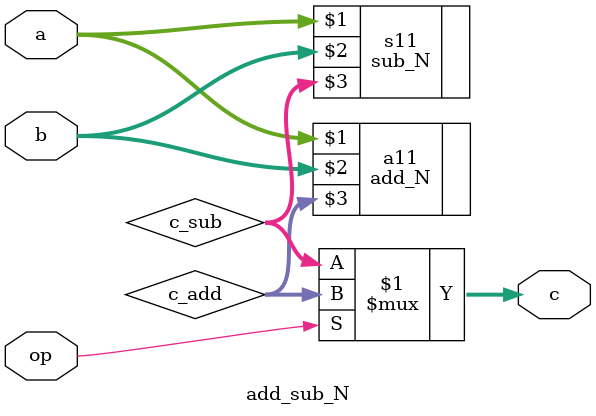
<source format=v>
module add_sub_N (op,a,b,c);
parameter N=10;
input op;
input [N-1:0] a,b;
output [N:0] c;
wire [N:0] c_add, c_sub;

add_N #(.N(N)) a11 (a,b,c_add);
sub_N #(.N(N)) s11 (a,b,c_sub);
assign c = op ? c_add : c_sub;
endmodule
</source>
